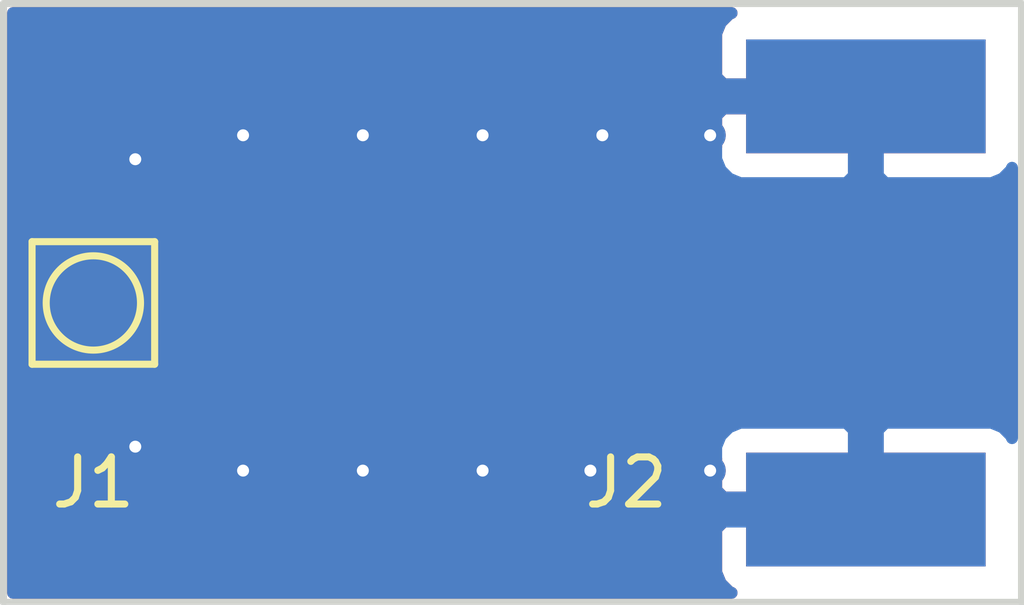
<source format=kicad_pcb>
(kicad_pcb (version 4) (host pcbnew 4.0.6)

  (general
    (links 18)
    (no_connects 2)
    (area 140.195 96.028809 170.303 118.35)
    (thickness 1.6)
    (drawings 4)
    (tracks 3)
    (zones 0)
    (modules 14)
    (nets 3)
  )

  (page A4)
  (layers
    (0 F.Cu signal)
    (31 B.Cu signal)
    (32 B.Adhes user)
    (33 F.Adhes user)
    (34 B.Paste user)
    (35 F.Paste user)
    (36 B.SilkS user)
    (37 F.SilkS user)
    (38 B.Mask user)
    (39 F.Mask user)
    (40 Dwgs.User user)
    (41 Cmts.User user)
    (42 Eco1.User user)
    (43 Eco2.User user)
    (44 Edge.Cuts user)
    (45 Margin user)
    (46 B.CrtYd user)
    (47 F.CrtYd user)
    (48 B.Fab user)
    (49 F.Fab user)
  )

  (setup
    (last_trace_width 0.254)
    (user_trace_width 0.254)
    (user_trace_width 0.635)
    (user_trace_width 2.54)
    (trace_clearance 0.2032)
    (zone_clearance 0)
    (zone_45_only no)
    (trace_min 0.1524)
    (segment_width 0.2)
    (edge_width 0.15)
    (via_size 0.762)
    (via_drill 0.4572)
    (via_min_size 0.4572)
    (via_min_drill 0.2032)
    (uvia_size 0.3)
    (uvia_drill 0.1)
    (uvias_allowed no)
    (uvia_min_size 0.2)
    (uvia_min_drill 0.1)
    (pcb_text_width 0.3)
    (pcb_text_size 1.5 1.5)
    (mod_edge_width 0.15)
    (mod_text_size 1 1)
    (mod_text_width 0.15)
    (pad_size 0.6604 0.6604)
    (pad_drill 0.254)
    (pad_to_mask_clearance 0.2)
    (aux_axis_origin 0 0)
    (visible_elements 7FFFFFFF)
    (pcbplotparams
      (layerselection 0x010f0_80000001)
      (usegerberextensions false)
      (excludeedgelayer true)
      (linewidth 0.100000)
      (plotframeref false)
      (viasonmask false)
      (mode 1)
      (useauxorigin false)
      (hpglpennumber 1)
      (hpglpenspeed 20)
      (hpglpendiameter 15)
      (hpglpenoverlay 2)
      (psnegative false)
      (psa4output false)
      (plotreference true)
      (plotvalue false)
      (plotinvisibletext false)
      (padsonsilk false)
      (subtractmaskfromsilk true)
      (outputformat 1)
      (mirror false)
      (drillshape 0)
      (scaleselection 1)
      (outputdirectory GERBERS/))
  )

  (net 0 "")
  (net 1 GND)
  (net 2 "Net-(J1-Pad1)")

  (net_class Default "This is the default net class."
    (clearance 0.2032)
    (trace_width 0.254)
    (via_dia 0.762)
    (via_drill 0.4572)
    (uvia_dia 0.3)
    (uvia_drill 0.1)
    (add_net GND)
  )

  (net_class RF ""
    (clearance 1.905)
    (trace_width 2.54)
    (via_dia 0.762)
    (via_drill 0.4572)
    (uvia_dia 0.3)
    (uvia_drill 0.1)
    (add_net "Net-(J1-Pad1)")
  )

  (module CUSTOM:VIA_10-26 (layer F.Cu) (tedit 58FD589B) (tstamp 58FD5C02)
    (at 150.114 102.362)
    (fp_text reference REF** (at 3.048 0) (layer F.SilkS) hide
      (effects (font (size 1 1) (thickness 0.15)))
    )
    (fp_text value VIA_10-26 (at 0.508 -1.778) (layer F.Fab) hide
      (effects (font (size 1 1) (thickness 0.15)))
    )
    (pad 1 thru_hole circle (at 0 0) (size 0.6604 0.6604) (drill 0.254) (layers *.Cu)
      (net 1 GND) (zone_connect 2))
  )

  (module CUSTOM:VIA_10-26 (layer F.Cu) (tedit 58FD589B) (tstamp 58FD5BFE)
    (at 150.114 108.458)
    (fp_text reference REF** (at 3.048 0) (layer F.SilkS) hide
      (effects (font (size 1 1) (thickness 0.15)))
    )
    (fp_text value VIA_10-26 (at 0.508 -1.778) (layer F.Fab) hide
      (effects (font (size 1 1) (thickness 0.15)))
    )
    (pad 1 thru_hole circle (at 0 0) (size 0.6604 0.6604) (drill 0.254) (layers *.Cu)
      (net 1 GND) (zone_connect 2))
  )

  (module CUSTOM:VIA_10-26 (layer F.Cu) (tedit 58FD589B) (tstamp 58FD5BFA)
    (at 162.306 108.966)
    (fp_text reference REF** (at 3.048 0) (layer F.SilkS) hide
      (effects (font (size 1 1) (thickness 0.15)))
    )
    (fp_text value VIA_10-26 (at 0.508 -1.778) (layer F.Fab) hide
      (effects (font (size 1 1) (thickness 0.15)))
    )
    (pad 1 thru_hole circle (at 0 0) (size 0.6604 0.6604) (drill 0.254) (layers *.Cu)
      (net 1 GND) (zone_connect 2))
  )

  (module CUSTOM:VIA_10-26 (layer F.Cu) (tedit 58FD589B) (tstamp 58FD5BF6)
    (at 159.766 108.966)
    (fp_text reference REF** (at 3.048 0) (layer F.SilkS) hide
      (effects (font (size 1 1) (thickness 0.15)))
    )
    (fp_text value VIA_10-26 (at 0.508 -1.778) (layer F.Fab) hide
      (effects (font (size 1 1) (thickness 0.15)))
    )
    (pad 1 thru_hole circle (at 0 0) (size 0.6604 0.6604) (drill 0.254) (layers *.Cu)
      (net 1 GND) (zone_connect 2))
  )

  (module CUSTOM:VIA_10-26 (layer F.Cu) (tedit 58FD589B) (tstamp 58FD5BF2)
    (at 157.48 108.966)
    (fp_text reference REF** (at 3.048 0) (layer F.SilkS) hide
      (effects (font (size 1 1) (thickness 0.15)))
    )
    (fp_text value VIA_10-26 (at 0.508 -1.778) (layer F.Fab) hide
      (effects (font (size 1 1) (thickness 0.15)))
    )
    (pad 1 thru_hole circle (at 0 0) (size 0.6604 0.6604) (drill 0.254) (layers *.Cu)
      (net 1 GND) (zone_connect 2))
  )

  (module CUSTOM:VIA_10-26 (layer F.Cu) (tedit 58FD589B) (tstamp 58FD5BEE)
    (at 154.94 108.966)
    (fp_text reference REF** (at 3.048 0) (layer F.SilkS) hide
      (effects (font (size 1 1) (thickness 0.15)))
    )
    (fp_text value VIA_10-26 (at 0.508 -1.778) (layer F.Fab) hide
      (effects (font (size 1 1) (thickness 0.15)))
    )
    (pad 1 thru_hole circle (at 0 0) (size 0.6604 0.6604) (drill 0.254) (layers *.Cu)
      (net 1 GND) (zone_connect 2))
  )

  (module CUSTOM:VIA_10-26 (layer F.Cu) (tedit 58FD589B) (tstamp 58FD5BEA)
    (at 152.4 108.966)
    (fp_text reference REF** (at 3.048 0) (layer F.SilkS) hide
      (effects (font (size 1 1) (thickness 0.15)))
    )
    (fp_text value VIA_10-26 (at 0.508 -1.778) (layer F.Fab) hide
      (effects (font (size 1 1) (thickness 0.15)))
    )
    (pad 1 thru_hole circle (at 0 0) (size 0.6604 0.6604) (drill 0.254) (layers *.Cu)
      (net 1 GND) (zone_connect 2))
  )

  (module CUSTOM:VIA_10-26 (layer F.Cu) (tedit 58FD589B) (tstamp 58FD5BC0)
    (at 162.306 101.854)
    (fp_text reference REF** (at 3.048 0) (layer F.SilkS) hide
      (effects (font (size 1 1) (thickness 0.15)))
    )
    (fp_text value VIA_10-26 (at 0.508 -1.778) (layer F.Fab) hide
      (effects (font (size 1 1) (thickness 0.15)))
    )
    (pad 1 thru_hole circle (at 0 0) (size 0.6604 0.6604) (drill 0.254) (layers *.Cu)
      (net 1 GND) (zone_connect 2))
  )

  (module CUSTOM:VIA_10-26 (layer F.Cu) (tedit 58FD589B) (tstamp 58FD5BBB)
    (at 160.02 101.854)
    (fp_text reference REF** (at 3.048 0) (layer F.SilkS) hide
      (effects (font (size 1 1) (thickness 0.15)))
    )
    (fp_text value VIA_10-26 (at 0.508 -1.778) (layer F.Fab) hide
      (effects (font (size 1 1) (thickness 0.15)))
    )
    (pad 1 thru_hole circle (at 0 0) (size 0.6604 0.6604) (drill 0.254) (layers *.Cu)
      (net 1 GND) (zone_connect 2))
  )

  (module CUSTOM:VIA_10-26 (layer F.Cu) (tedit 58FD589B) (tstamp 58FD5BB7)
    (at 157.48 101.854)
    (fp_text reference REF** (at 3.048 0) (layer F.SilkS) hide
      (effects (font (size 1 1) (thickness 0.15)))
    )
    (fp_text value VIA_10-26 (at 0.508 -1.778) (layer F.Fab) hide
      (effects (font (size 1 1) (thickness 0.15)))
    )
    (pad 1 thru_hole circle (at 0 0) (size 0.6604 0.6604) (drill 0.254) (layers *.Cu)
      (net 1 GND) (zone_connect 2))
  )

  (module CUSTOM:VIA_10-26 (layer F.Cu) (tedit 58FD589B) (tstamp 58FD5BB3)
    (at 154.94 101.854)
    (fp_text reference REF** (at 3.048 0) (layer F.SilkS) hide
      (effects (font (size 1 1) (thickness 0.15)))
    )
    (fp_text value VIA_10-26 (at 0.508 -1.778) (layer F.Fab) hide
      (effects (font (size 1 1) (thickness 0.15)))
    )
    (pad 1 thru_hole circle (at 0 0) (size 0.6604 0.6604) (drill 0.254) (layers *.Cu)
      (net 1 GND) (zone_connect 2))
  )

  (module CUSTOM:MOLEX-0732511150 (layer F.Cu) (tedit 58FD6364) (tstamp 58FCDC9A)
    (at 168.148 105.41 180)
    (path /58FCC769)
    (zone_connect 1)
    (fp_text reference J2 (at 7.62 -3.81 180) (layer F.SilkS)
      (effects (font (size 1 1) (thickness 0.15)))
    )
    (fp_text value 0732511150 (at 7.62 -10.16 180) (layer F.Fab) hide
      (effects (font (size 1 1) (thickness 0.15)))
    )
    (pad 3 smd rect (at 2.54 4.3815 180) (size 5.08 2.413) (layers B.Cu B.Mask)
      (net 1 GND) (zone_connect 1))
    (pad 1 smd trapezoid (at 3.4925 0 180) (size 6.985 2.286) (rect_delta -0.254 0 ) (layers F.Cu F.Paste F.Mask)
      (net 2 "Net-(J1-Pad1)") (zone_connect 1))
    (pad 2 smd rect (at 2.54 -4.3815 180) (size 5.08 2.413) (layers B.Cu B.Mask)
      (net 1 GND) (zone_connect 1))
    (pad 2 smd rect (at 2.54 -4.3815 180) (size 5.08 2.413) (layers F.Cu F.Paste F.Mask)
      (net 1 GND) (zone_connect 1))
    (pad 3 smd rect (at 2.54 4.3815 180) (size 5.08 2.413) (layers F.Cu F.Paste F.Mask)
      (net 1 GND) (zone_connect 1))
  )

  (module CUSTOM:U.FL-SMT (layer F.Cu) (tedit 58FD6061) (tstamp 58FCDC93)
    (at 149.225 105.41 90)
    (path /58FCC6CC)
    (fp_text reference J1 (at -3.81 0 180) (layer F.SilkS)
      (effects (font (size 1 1) (thickness 0.15)))
    )
    (fp_text value "U.FL-R-SMT-1(01)" (at 0 -6.35 90) (layer F.Fab) hide
      (effects (font (size 1 1) (thickness 0.15)))
    )
    (fp_circle (center 0 0) (end 1 0) (layer F.SilkS) (width 0.15))
    (fp_line (start -1.3 -1.3) (end -1.3 1.3) (layer F.SilkS) (width 0.15))
    (fp_line (start -1.3 1.3) (end 1.3 1.3) (layer F.SilkS) (width 0.15))
    (fp_line (start 1.3 1.3) (end 1.3 -1.3) (layer F.SilkS) (width 0.15))
    (fp_line (start 1.3 -1.3) (end -1.3 -1.3) (layer F.SilkS) (width 0.15))
    (pad 3 smd rect (at 1.475 0 90) (size 1.05 2.2) (layers F.Cu F.Paste F.Mask)
      (net 1 GND) (zone_connect 2))
    (pad 1 smd rect (at 0 1.525 90) (size 1 1.05) (layers F.Cu F.Paste F.Mask)
      (net 2 "Net-(J1-Pad1)"))
    (pad 2 smd rect (at -1.475 0 90) (size 1.05 2.2) (layers F.Cu F.Paste F.Mask)
      (net 1 GND) (zone_connect 2))
  )

  (module CUSTOM:VIA_10-26 (layer F.Cu) (tedit 58FD589B) (tstamp 58FD5BA0)
    (at 152.4 101.854)
    (fp_text reference REF** (at 3.048 0) (layer F.SilkS) hide
      (effects (font (size 1 1) (thickness 0.15)))
    )
    (fp_text value VIA_10-26 (at 0.508 -1.778) (layer F.Fab) hide
      (effects (font (size 1 1) (thickness 0.15)))
    )
    (pad 1 thru_hole circle (at 0 0) (size 0.6604 0.6604) (drill 0.254) (layers *.Cu)
      (net 1 GND) (zone_connect 2))
  )

  (gr_line (start 147.32 99.06) (end 168.91 99.06) (angle 90) (layer Edge.Cuts) (width 0.15))
  (gr_line (start 168.91 111.76) (end 147.32 111.76) (angle 90) (layer Edge.Cuts) (width 0.15))
  (gr_line (start 168.91 99.06) (end 168.91 111.76) (angle 90) (layer Edge.Cuts) (width 0.15))
  (gr_line (start 147.32 111.76) (end 147.32 99.06) (angle 90) (layer Edge.Cuts) (width 0.15))

  (segment (start 164.6555 105.41) (end 161.1376 105.41) (width 0.254) (layer F.Cu) (net 2))
  (segment (start 152.4 105.41) (end 150.75 105.41) (width 0.254) (layer F.Cu) (net 2) (tstamp 58FD5EE5))
  (segment (start 161.1376 105.41) (end 152.4 105.41) (width 2.54) (layer F.Cu) (net 2) (tstamp 58FD5EDC))

  (zone (net 0) (net_name "") (layer F.Cu) (tstamp 58FD54C3) (hatch edge 0.508)
    (connect_pads (clearance 0.254))
    (min_thickness 0.254)
    (keepout (tracks not_allowed) (vias not_allowed) (copperpour not_allowed))
    (fill yes (arc_segments 16) (thermal_gap 0.508) (thermal_bridge_width 0.508))
    (polygon
      (pts
        (xy 150.114 106.299) (xy 147.955 106.299) (xy 147.955 104.775) (xy 150.114 104.775)
      )
    )
  )
  (zone (net 1) (net_name GND) (layer B.Cu) (tstamp 0) (hatch edge 0.508)
    (connect_pads (clearance 0))
    (min_thickness 0.254)
    (fill yes (arc_segments 16) (thermal_gap 0.508) (thermal_bridge_width 0.762))
    (polygon
      (pts
        (xy 147.32 99.06) (xy 168.91 99.06) (xy 168.91 111.76) (xy 147.32 111.76)
      )
    )
    (filled_polygon
      (pts
        (xy 162.708302 99.283673) (xy 162.529673 99.462301) (xy 162.433 99.69569) (xy 162.433 100.61575) (xy 162.59175 100.7745)
        (xy 165.354 100.7745) (xy 165.354 100.7545) (xy 165.862 100.7545) (xy 165.862 100.7745) (xy 165.882 100.7745)
        (xy 165.882 101.2825) (xy 165.862 101.2825) (xy 165.862 102.71125) (xy 166.02075 102.87) (xy 168.274309 102.87)
        (xy 168.507698 102.773327) (xy 168.686327 102.594699) (xy 168.708 102.542376) (xy 168.708 108.277624) (xy 168.686327 108.225301)
        (xy 168.507698 108.046673) (xy 168.274309 107.95) (xy 166.02075 107.95) (xy 165.862 108.10875) (xy 165.862 109.5375)
        (xy 165.882 109.5375) (xy 165.882 110.0455) (xy 165.862 110.0455) (xy 165.862 110.0655) (xy 165.354 110.0655)
        (xy 165.354 110.0455) (xy 162.59175 110.0455) (xy 162.433 110.20425) (xy 162.433 111.12431) (xy 162.529673 111.357699)
        (xy 162.708302 111.536327) (xy 162.760625 111.558) (xy 147.522 111.558) (xy 147.522 108.45869) (xy 162.433 108.45869)
        (xy 162.433 109.37875) (xy 162.59175 109.5375) (xy 165.354 109.5375) (xy 165.354 108.10875) (xy 165.19525 107.95)
        (xy 162.941691 107.95) (xy 162.708302 108.046673) (xy 162.529673 108.225301) (xy 162.433 108.45869) (xy 147.522 108.45869)
        (xy 147.522 101.44125) (xy 162.433 101.44125) (xy 162.433 102.36131) (xy 162.529673 102.594699) (xy 162.708302 102.773327)
        (xy 162.941691 102.87) (xy 165.19525 102.87) (xy 165.354 102.71125) (xy 165.354 101.2825) (xy 162.59175 101.2825)
        (xy 162.433 101.44125) (xy 147.522 101.44125) (xy 147.522 99.262) (xy 162.760625 99.262)
      )
    )
  )
  (zone (net 1) (net_name GND) (layer F.Cu) (tstamp 58FD5FAE) (hatch edge 0.508)
    (connect_pads (clearance 0))
    (min_thickness 0.254)
    (fill yes (arc_segments 16) (thermal_gap 0.508) (thermal_bridge_width 0.762))
    (polygon
      (pts
        (xy 168.91 111.76) (xy 147.32 111.76) (xy 147.32 99.06) (xy 168.91 99.06)
      )
    )
    (filled_polygon
      (pts
        (xy 162.708302 99.283673) (xy 162.529673 99.462301) (xy 162.433 99.69569) (xy 162.433 100.61575) (xy 162.59175 100.7745)
        (xy 165.354 100.7745) (xy 165.354 100.7545) (xy 165.862 100.7545) (xy 165.862 100.7745) (xy 165.882 100.7745)
        (xy 165.882 101.2825) (xy 165.862 101.2825) (xy 165.862 101.3025) (xy 165.354 101.3025) (xy 165.354 101.2825)
        (xy 162.59175 101.2825) (xy 162.433 101.44125) (xy 162.433 102.113003) (xy 161.238289 102.069559) (xy 161.011375 102.108)
        (xy 152.4 102.108) (xy 151.136379 102.35935) (xy 150.419742 102.838191) (xy 150.225 102.838191) (xy 149.471986 102.97988)
        (xy 148.780388 103.424911) (xy 148.31642 104.10395) (xy 148.206247 104.648) (xy 147.955 104.648) (xy 147.908841 104.656685)
        (xy 147.866447 104.683965) (xy 147.838006 104.72559) (xy 147.828 104.775) (xy 147.828 106.299) (xy 147.836685 106.345159)
        (xy 147.863965 106.387553) (xy 147.90559 106.415994) (xy 147.955 106.426) (xy 148.250283 106.426) (xy 148.29488 106.663014)
        (xy 148.739911 107.354612) (xy 149.41895 107.81858) (xy 150.225 107.981809) (xy 150.419742 107.981809) (xy 151.136379 108.46065)
        (xy 152.4 108.712) (xy 161.00521 108.712) (xy 161.238289 108.750441) (xy 162.433 108.706997) (xy 162.433 109.37875)
        (xy 162.59175 109.5375) (xy 165.354 109.5375) (xy 165.354 109.5175) (xy 165.862 109.5175) (xy 165.862 109.5375)
        (xy 165.882 109.5375) (xy 165.882 110.0455) (xy 165.862 110.0455) (xy 165.862 110.0655) (xy 165.354 110.0655)
        (xy 165.354 110.0455) (xy 162.59175 110.0455) (xy 162.433 110.20425) (xy 162.433 111.12431) (xy 162.529673 111.357699)
        (xy 162.708302 111.536327) (xy 162.760625 111.558) (xy 147.522 111.558) (xy 147.522 99.262) (xy 162.760625 99.262)
      )
    )
  )
)

</source>
